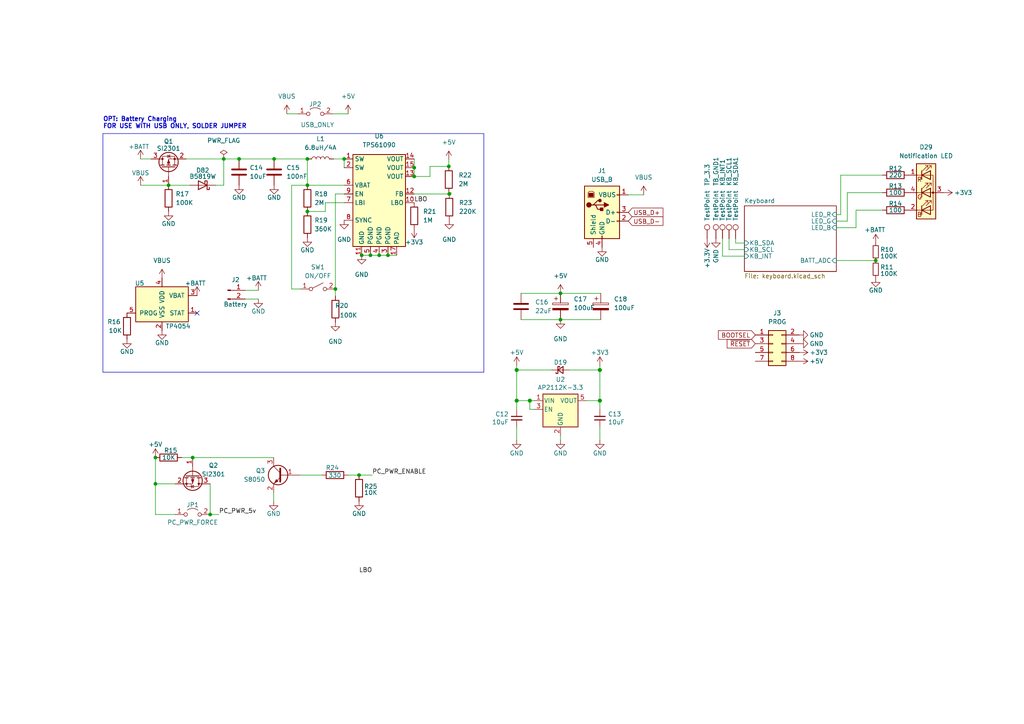
<source format=kicad_sch>
(kicad_sch (version 20230121) (generator eeschema)
  (paper "A4")
  (lib_symbols
    (symbol "+3.3V_1" (power) (pin_names (offset 0))
      (property "Value" "+3.3V_1" (at 0 3.556 0))
      (symbol "+3.3V_1_0_1"
        (polyline (pts (xy -0.762 1.27) (xy 0 2.54)))
        (polyline (pts (xy 0 0) (xy 0 2.54)))
        (polyline (pts (xy 0 2.54) (xy 0.762 1.27)))
      )
      (symbol "+3.3V_1_1_1"
        (pin power_in line (at 0 0 90) (length 0) hide (name "+3.3V") (number "1"))
      )
    )
    (symbol "Battery_Management:MCP73831-2-OT" (pin_names (offset 1.016))
      (property "Reference" "U" (at -7.62 6.35 0))
      (property "Value" "MCP73831-2-OT" (at 1.27 6.35 0))
      (symbol "MCP73831-2-OT_0_1"
        (rectangle (start -7.62 5.08) (end 7.62 -5.08) (stroke (width 0.254)) (fill (type background)))
      )
      (symbol "MCP73831-2-OT_1_1"
        (pin output line (at 10.16 -2.54 180) (length 2.54) (name "STAT") (number "1"))
        (pin power_in line (at 0 -7.62 90) (length 2.54) (name "VSS") (number "2"))
        (pin power_out line (at 10.16 2.54 180) (length 2.54) (name "VBAT") (number "3"))
        (pin power_in line (at 0 7.62 270) (length 2.54) (name "VDD") (number "4"))
        (pin input line (at -10.16 -2.54 0) (length 2.54) (name "PROG") (number "5"))
      )
    )
    (symbol "Connector:Conn_01x02_Male" (pin_names (offset 1.016) hide)
      (property "Reference" "J" (at 0 2.54 0))
      (property "Value" "Conn_01x02_Male" (at 0 -5.08 0))
      (symbol "Conn_01x02_Male_1_1"
        (polyline (pts (xy 1.27 -2.54) (xy 0.8636 -2.54)) (stroke (width 0.1524)))
        (polyline (pts (xy 1.27 0) (xy 0.8636 0)) (stroke (width 0.1524)))
        (rectangle (start 0.8636 -2.413) (end 0 -2.667) (stroke (width 0.1524)) (fill (type outline)))
        (rectangle (start 0.8636 0.127) (end 0 -0.127) (stroke (width 0.1524)) (fill (type outline)))
        (pin passive line (at 5.08 0 180) (length 3.81) (name "Pin_1") (number "1"))
        (pin passive line (at 5.08 -2.54 180) (length 3.81) (name "Pin_2") (number "2"))
      )
    )
    (symbol "Connector:TestPoint" (pin_numbers hide) (pin_names (offset 0.762) hide)
      (property "Reference" "TP" (at 0 6.858 0))
      (property "Value" "TestPoint" (at 0 5.08 0))
      (symbol "TestPoint_0_1"
        (circle (center 0 3.302) (radius 0.762))
      )
      (symbol "TestPoint_1_1"
        (pin passive line (at 0 0 90) (length 2.54) (name "1") (number "1"))
      )
    )
    (symbol "Connector:USB_B" (pin_names (offset 1.016))
      (property "Reference" "J" (at -5.08 11.43 0))
      (property "Value" "USB_B" (at -5.08 8.89 0))
      (symbol "USB_B_0_1"
        (rectangle (start -5.08 -7.62) (end 5.08 7.62) (stroke (width 0.254)) (fill (type background)))
        (circle (center -3.81 2.159) (radius 0.635) (stroke (width 0.254)) (fill (type outline)))
        (rectangle (start -3.81 5.588) (end -2.54 4.572) (fill (type outline)))
        (circle (center -0.635 3.429) (radius 0.381) (stroke (width 0.254)) (fill (type outline)))
        (rectangle (start -0.127 -7.62) (end 0.127 -6.858))
        (polyline (pts (xy -1.905 2.159) (xy 0.635 2.159)) (stroke (width 0.254)))
        (polyline (pts (xy -3.175 2.159) (xy -2.54 2.159) (xy -1.27 3.429) (xy -0.635 3.429)) (stroke (width 0.254)))
        (polyline (pts (xy -2.54 2.159) (xy -1.905 2.159) (xy -1.27 0.889) (xy 0 0.889)) (stroke (width 0.254)))
        (polyline (pts (xy 0.635 2.794) (xy 0.635 1.524) (xy 1.905 2.159) (xy 0.635 2.794)) (stroke (width 0.254)) (fill (type outline)))
        (polyline (pts (xy -4.064 4.318) (xy -2.286 4.318) (xy -2.286 5.715) (xy -2.667 6.096) (xy -3.683 6.096) (xy -4.064 5.715) (xy -4.064 4.318)))
        (rectangle (start 0.254 1.27) (end -0.508 0.508) (stroke (width 0.254)) (fill (type outline)))
        (rectangle (start 5.08 -2.667) (end 4.318 -2.413))
        (rectangle (start 5.08 -0.127) (end 4.318 0.127))
        (rectangle (start 5.08 4.953) (end 4.318 5.207))
      )
      (symbol "USB_B_1_1"
        (pin power_out line (at 7.62 5.08 180) (length 2.54) (name "VBUS") (number "1"))
        (pin bidirectional line (at 7.62 -2.54 180) (length 2.54) (name "D-") (number "2"))
        (pin bidirectional line (at 7.62 0 180) (length 2.54) (name "D+") (number "3"))
        (pin power_out line (at 0 -10.16 90) (length 2.54) (name "GND") (number "4"))
        (pin passive line (at -2.54 -10.16 90) (length 2.54) (name "Shield") (number "5"))
      )
    )
    (symbol "Connector_Generic:Conn_02x04_Odd_Even" (pin_names (offset 1.016) hide)
      (property "Reference" "J" (at 1.27 5.08 0))
      (property "Value" "Conn_02x04_Odd_Even" (at 1.27 -7.62 0))
      (symbol "Conn_02x04_Odd_Even_1_1"
        (rectangle (start -1.27 -4.953) (end 0 -5.207) (stroke (width 0.1524)))
        (rectangle (start -1.27 -2.413) (end 0 -2.667) (stroke (width 0.1524)))
        (rectangle (start -1.27 0.127) (end 0 -0.127) (stroke (width 0.1524)))
        (rectangle (start -1.27 2.667) (end 0 2.413) (stroke (width 0.1524)))
        (rectangle (start -1.27 3.81) (end 3.81 -6.35) (stroke (width 0.254)) (fill (type background)))
        (rectangle (start 3.81 -4.953) (end 2.54 -5.207) (stroke (width 0.1524)))
        (rectangle (start 3.81 -2.413) (end 2.54 -2.667) (stroke (width 0.1524)))
        (rectangle (start 3.81 0.127) (end 2.54 -0.127) (stroke (width 0.1524)))
        (rectangle (start 3.81 2.667) (end 2.54 2.413) (stroke (width 0.1524)))
        (pin passive line (at -5.08 2.54 0) (length 3.81) (name "Pin_1") (number "1"))
        (pin passive line (at 7.62 2.54 180) (length 3.81) (name "Pin_2") (number "2"))
        (pin passive line (at -5.08 0 0) (length 3.81) (name "Pin_3") (number "3"))
        (pin passive line (at 7.62 0 180) (length 3.81) (name "Pin_4") (number "4"))
        (pin passive line (at -5.08 -2.54 0) (length 3.81) (name "Pin_5") (number "5"))
        (pin passive line (at 7.62 -2.54 180) (length 3.81) (name "Pin_6") (number "6"))
        (pin passive line (at -5.08 -5.08 0) (length 3.81) (name "Pin_7") (number "7"))
        (pin passive line (at 7.62 -5.08 180) (length 3.81) (name "Pin_8") (number "8"))
      )
    )
    (symbol "Device:C" (pin_numbers hide) (pin_names (offset 0.254))
      (property "Reference" "C" (at 0.635 2.54 0))
      (property "Value" "C" (at 0.635 -2.54 0))
      (symbol "C_0_1"
        (polyline (pts (xy -2.032 -0.762) (xy 2.032 -0.762)) (stroke (width 0.508)))
        (polyline (pts (xy -2.032 0.762) (xy 2.032 0.762)) (stroke (width 0.508)))
      )
      (symbol "C_1_1"
        (pin passive line (at 0 3.81 270) (length 2.794) (name "~") (number "1"))
        (pin passive line (at 0 -3.81 90) (length 2.794) (name "~") (number "2"))
      )
    )
    (symbol "Device:C_Polarized" (pin_numbers hide) (pin_names (offset 0.254))
      (property "Reference" "C" (at 0.635 2.54 0))
      (property "Value" "C_Polarized" (at 0.635 -2.54 0))
      (symbol "C_Polarized_0_1"
        (rectangle (start -2.286 0.508) (end 2.286 1.016))
        (polyline (pts (xy -1.778 2.286) (xy -0.762 2.286)))
        (polyline (pts (xy -1.27 2.794) (xy -1.27 1.778)))
        (rectangle (start 2.286 -0.508) (end -2.286 -1.016) (fill (type outline)))
      )
      (symbol "C_Polarized_1_1"
        (pin passive line (at 0 3.81 270) (length 2.794) (name "~") (number "1"))
        (pin passive line (at 0 -3.81 90) (length 2.794) (name "~") (number "2"))
      )
    )
    (symbol "Device:C_Small" (pin_numbers hide) (pin_names (offset 0.254) hide)
      (property "Reference" "C" (at 0.254 1.778 0))
      (property "Value" "C_Small" (at 0.254 -2.032 0))
      (symbol "C_Small_0_1"
        (polyline (pts (xy -1.524 -0.508) (xy 1.524 -0.508)) (stroke (width 0.3302)))
        (polyline (pts (xy -1.524 0.508) (xy 1.524 0.508)) (stroke (width 0.3048)))
      )
      (symbol "C_Small_1_1"
        (pin passive line (at 0 2.54 270) (length 2.032) (name "~") (number "1"))
        (pin passive line (at 0 -2.54 90) (length 2.032) (name "~") (number "2"))
      )
    )
    (symbol "Device:D_Schottky" (pin_numbers hide) (pin_names (offset 1.016) hide)
      (property "Reference" "D" (at 0 2.54 0))
      (property "Value" "D_Schottky" (at 0 -2.54 0))
      (symbol "D_Schottky_0_1"
        (polyline (pts (xy 1.27 0) (xy -1.27 0)))
        (polyline (pts (xy 1.27 1.27) (xy 1.27 -1.27) (xy -1.27 0) (xy 1.27 1.27)) (stroke (width 0.254)))
        (polyline (pts (xy -1.905 0.635) (xy -1.905 1.27) (xy -1.27 1.27) (xy -1.27 -1.27) (xy -0.635 -1.27) (xy -0.635 -0.635)) (stroke (width 0.254)))
      )
      (symbol "D_Schottky_1_1"
        (pin passive line (at -3.81 0 0) (length 2.54) (name "K") (number "1"))
        (pin passive line (at 3.81 0 180) (length 2.54) (name "A") (number "2"))
      )
    )
    (symbol "Device:D_Schottky_Small" (pin_numbers hide) (pin_names (offset 0.254) hide)
      (property "Reference" "D" (at -1.27 2.032 0))
      (property "Value" "D_Schottky_Small" (at -7.112 -2.032 0))
      (symbol "D_Schottky_Small_0_1"
        (polyline (pts (xy -0.762 0) (xy 0.762 0)))
        (polyline (pts (xy 0.762 -1.016) (xy -0.762 0) (xy 0.762 1.016) (xy 0.762 -1.016)) (stroke (width 0.254)))
        (polyline (pts (xy -1.27 0.762) (xy -1.27 1.016) (xy -0.762 1.016) (xy -0.762 -1.016) (xy -0.254 -1.016) (xy -0.254 -0.762)) (stroke (width 0.254)))
      )
      (symbol "D_Schottky_Small_1_1"
        (pin passive line (at -2.54 0 0) (length 1.778) (name "K") (number "1"))
        (pin passive line (at 2.54 0 180) (length 1.778) (name "A") (number "2"))
      )
    )
    (symbol "Device:L" (pin_numbers hide) (pin_names (offset 1.016) hide)
      (property "Reference" "L" (at -1.27 0 90))
      (property "Value" "L" (at 1.905 0 90))
      (symbol "L_0_1"
        (arc (start 0 -2.54) (mid 0.6323 -1.905) (end 0 -1.27))
        (arc (start 0 -1.27) (mid 0.6323 -0.635) (end 0 0))
        (arc (start 0 0) (mid 0.6323 0.635) (end 0 1.27))
        (arc (start 0 1.27) (mid 0.6323 1.905) (end 0 2.54))
      )
      (symbol "L_1_1"
        (pin passive line (at 0 3.81 270) (length 1.27) (name "1") (number "1"))
        (pin passive line (at 0 -3.81 90) (length 1.27) (name "2") (number "2"))
      )
    )
    (symbol "Device:LED_RBAG" (pin_names (offset 0) hide)
      (property "Reference" "D" (at 0 9.398 0))
      (property "Value" "LED_RBAG" (at 0 -8.89 0))
      (symbol "LED_RBAG_0_0"
        (text "B" (at -1.905 -6.35 0) (effects (font (size 1.27 1.27))))
        (text "G" (at -1.905 -1.27 0) (effects (font (size 1.27 1.27))))
        (text "R" (at -1.905 3.81 0) (effects (font (size 1.27 1.27))))
      )
      (symbol "LED_RBAG_0_1"
        (polyline (pts (xy -1.27 -5.08) (xy -2.54 -5.08)))
        (polyline (pts (xy -1.27 -5.08) (xy 1.27 -5.08)))
        (polyline (pts (xy -1.27 -3.81) (xy -1.27 -6.35)) (stroke (width 0.254)))
        (polyline (pts (xy -1.27 0) (xy -2.54 0)))
        (polyline (pts (xy -1.27 1.27) (xy -1.27 -1.27)) (stroke (width 0.254)))
        (polyline (pts (xy -1.27 5.08) (xy -2.54 5.08)))
        (polyline (pts (xy -1.27 5.08) (xy 1.27 5.08)))
        (polyline (pts (xy -1.27 6.35) (xy -1.27 3.81)) (stroke (width 0.254)))
        (polyline (pts (xy 1.27 0) (xy -1.27 0)))
        (polyline (pts (xy 1.27 0) (xy 2.54 0)))
        (polyline (pts (xy -1.27 1.27) (xy -1.27 -1.27) (xy -1.27 -1.27)))
        (polyline (pts (xy -1.27 6.35) (xy -1.27 3.81) (xy -1.27 3.81)))
        (polyline (pts (xy 1.27 -5.08) (xy 2.032 -5.08) (xy 2.032 5.08) (xy 1.27 5.08)))
        (polyline (pts (xy 1.27 -3.81) (xy 1.27 -6.35) (xy -1.27 -5.08) (xy 1.27 -3.81)) (stroke (width 0.254)))
        (polyline (pts (xy 1.27 1.27) (xy 1.27 -1.27) (xy -1.27 0) (xy 1.27 1.27)) (stroke (width 0.254)))
        (polyline (pts (xy 1.27 6.35) (xy 1.27 3.81) (xy -1.27 5.08) (xy 1.27 6.35)) (stroke (width 0.254)))
        (polyline (pts (xy -1.016 -3.81) (xy 0.508 -2.286) (xy -0.254 -2.286) (xy 0.508 -2.286) (xy 0.508 -3.048)))
        (polyline (pts (xy -1.016 1.27) (xy 0.508 2.794) (xy -0.254 2.794) (xy 0.508 2.794) (xy 0.508 2.032)))
        (polyline (pts (xy -1.016 6.35) (xy 0.508 7.874) (xy -0.254 7.874) (xy 0.508 7.874) (xy 0.508 7.112)))
        (polyline (pts (xy 0 -3.81) (xy 1.524 -2.286) (xy 0.762 -2.286) (xy 1.524 -2.286) (xy 1.524 -3.048)))
        (polyline (pts (xy 0 1.27) (xy 1.524 2.794) (xy 0.762 2.794) (xy 1.524 2.794) (xy 1.524 2.032)))
        (polyline (pts (xy 0 6.35) (xy 1.524 7.874) (xy 0.762 7.874) (xy 1.524 7.874) (xy 1.524 7.112)))
        (rectangle (start 1.27 -1.27) (end 1.27 1.27))
        (rectangle (start 1.27 1.27) (end 1.27 1.27))
        (rectangle (start 1.27 3.81) (end 1.27 6.35))
        (rectangle (start 1.27 6.35) (end 1.27 6.35))
        (circle (center 2.032 0) (radius 0.254) (fill (type outline)))
        (rectangle (start 2.794 8.382) (end -2.794 -7.62) (stroke (width 0.254)) (fill (type background)))
      )
      (symbol "LED_RBAG_1_1"
        (pin passive line (at -5.08 5.08 0) (length 2.54) (name "RK") (number "1"))
        (pin passive line (at -5.08 -5.08 0) (length 2.54) (name "BK") (number "2"))
        (pin passive line (at 5.08 0 180) (length 2.54) (name "A") (number "3"))
        (pin passive line (at -5.08 0 0) (length 2.54) (name "GK") (number "4"))
      )
    )
    (symbol "Device:Q_NPN_BEC" (pin_names (offset 0) hide)
      (property "Reference" "Q" (at 5.08 1.27 0))
      (property "Value" "Q_NPN_BEC" (at 5.08 -1.27 0))
      (symbol "Q_NPN_BEC_0_1"
        (polyline (pts (xy 0.635 0.635) (xy 2.54 2.54)))
        (polyline (pts (xy 0.635 -0.635) (xy 2.54 -2.54) (xy 2.54 -2.54)))
        (polyline (pts (xy 0.635 1.905) (xy 0.635 -1.905) (xy 0.635 -1.905)) (stroke (width 0.508)))
        (polyline (pts (xy 1.27 -1.778) (xy 1.778 -1.27) (xy 2.286 -2.286) (xy 1.27 -1.778) (xy 1.27 -1.778)) (fill (type outline)))
        (circle (center 1.27 0) (radius 2.8194) (stroke (width 0.254)))
      )
      (symbol "Q_NPN_BEC_1_1"
        (pin input line (at -5.08 0 0) (length 5.715) (name "B") (number "1"))
        (pin passive line (at 2.54 -5.08 90) (length 2.54) (name "E") (number "2"))
        (pin passive line (at 2.54 5.08 270) (length 2.54) (name "C") (number "3"))
      )
    )
    (symbol "Device:R" (pin_numbers hide) (pin_names (offset 0))
      (property "Reference" "R" (at 2.032 0 90))
      (property "Value" "R" (at 0 0 90))
      (symbol "R_0_1"
        (rectangle (start -1.016 -2.54) (end 1.016 2.54) (stroke (width 0.254)))
      )
      (symbol "R_1_1"
        (pin passive line (at 0 3.81 270) (length 1.27) (name "~") (number "1"))
        (pin passive line (at 0 -3.81 90) (length 1.27) (name "~") (number "2"))
      )
    )
    (symbol "Device:R_Small" (pin_numbers hide) (pin_names (offset 0.254) hide)
      (property "Reference" "R" (at 0.762 0.508 0))
      (property "Value" "R_Small" (at 0.762 -1.016 0))
      (symbol "R_Small_0_1"
        (rectangle (start -0.762 1.778) (end 0.762 -1.778) (stroke (width 0.2032)))
      )
      (symbol "R_Small_1_1"
        (pin passive line (at 0 2.54 270) (length 0.762) (name "~") (number "1"))
        (pin passive line (at 0 -2.54 90) (length 0.762) (name "~") (number "2"))
      )
    )
    (symbol "GND_1" (power) (pin_names (offset 0))
      (property "Value" "GND_1" (at 0 -3.81 0))
      (symbol "GND_1_0_1"
        (polyline (pts (xy 0 0) (xy 0 -1.27) (xy 1.27 -1.27) (xy 0 -2.54) (xy -1.27 -1.27) (xy 0 -1.27)))
      )
      (symbol "GND_1_1_1"
        (pin power_in line (at 0 0 270) (length 0) hide (name "GND") (number "1"))
      )
    )
    (symbol "Jumper:Jumper_2_Open" (pin_names (offset 0) hide)
      (property "Reference" "JP" (at 0 2.794 0))
      (property "Value" "Jumper_2_Open" (at 0 -2.286 0))
      (symbol "Jumper_2_Open_0_0"
        (circle (center -2.032 0) (radius 0.508))
        (circle (center 2.032 0) (radius 0.508))
      )
      (symbol "Jumper_2_Open_0_1"
        (arc (start 1.524 1.27) (mid 0 1.778) (end -1.524 1.27))
      )
      (symbol "Jumper_2_Open_1_1"
        (pin passive line (at -5.08 0 0) (length 2.54) (name "A") (number "1"))
        (pin passive line (at 5.08 0 180) (length 2.54) (name "B") (number "2"))
      )
    )
    (symbol "Regulator_Linear:AP2112K-3.3" (pin_names (offset 0.254))
      (property "Reference" "U" (at -5.08 5.715 0))
      (property "Value" "AP2112K-3.3" (at 0 5.715 0))
      (symbol "AP2112K-3.3_0_1"
        (rectangle (start -5.08 4.445) (end 5.08 -5.08) (stroke (width 0.254)) (fill (type background)))
      )
      (symbol "AP2112K-3.3_1_1"
        (pin power_in line (at -7.62 2.54 0) (length 2.54) (name "VIN") (number "1"))
        (pin power_in line (at 0 -7.62 90) (length 2.54) (name "GND") (number "2"))
        (pin input line (at -7.62 0 0) (length 2.54) (name "EN") (number "3"))
        (pin no_connect line (at 5.08 0 180) (length 2.54) hide (name "NC") (number "4"))
        (pin power_out line (at 7.62 2.54 180) (length 2.54) (name "VOUT") (number "5"))
      )
    )
    (symbol "Switch:SW_SPST" (pin_names (offset 0) hide)
      (property "Reference" "SW" (at 0 3.175 0))
      (property "Value" "SW_SPST" (at 0 -2.54 0))
      (symbol "SW_SPST_0_0"
        (circle (center -2.032 0) (radius 0.508))
        (polyline (pts (xy -1.524 0.254) (xy 1.524 1.778)))
        (circle (center 2.032 0) (radius 0.508))
      )
      (symbol "SW_SPST_1_1"
        (pin passive line (at -5.08 0 0) (length 2.54) (name "A") (number "1"))
        (pin passive line (at 5.08 0 180) (length 2.54) (name "B") (number "2"))
      )
    )
    (symbol "Transistor_FET:DMG2301L" (pin_names hide)
      (property "Reference" "Q" (at 5.08 1.905 0))
      (property "Value" "DMG2301L" (at 5.08 0 0))
      (symbol "DMG2301L_0_1"
        (polyline (pts (xy 0.254 0) (xy -2.54 0)))
        (polyline (pts (xy 0.254 1.905) (xy 0.254 -1.905)) (stroke (width 0.254)))
        (polyline (pts (xy 0.762 -1.27) (xy 0.762 -2.286)) (stroke (width 0.254)))
        (polyline (pts (xy 0.762 0.508) (xy 0.762 -0.508)) (stroke (width 0.254)))
        (polyline (pts (xy 0.762 2.286) (xy 0.762 1.27)) (stroke (width 0.254)))
        (polyline (pts (xy 2.54 2.54) (xy 2.54 1.778)))
        (polyline (pts (xy 2.54 -2.54) (xy 2.54 0) (xy 0.762 0)))
        (polyline (pts (xy 0.762 1.778) (xy 3.302 1.778) (xy 3.302 -1.778) (xy 0.762 -1.778)))
        (polyline (pts (xy 2.286 0) (xy 1.27 0.381) (xy 1.27 -0.381) (xy 2.286 0)) (fill (type outline)))
        (polyline (pts (xy 2.794 -0.508) (xy 2.921 -0.381) (xy 3.683 -0.381) (xy 3.81 -0.254)))
        (polyline (pts (xy 3.302 -0.381) (xy 2.921 0.254) (xy 3.683 0.254) (xy 3.302 -0.381)))
        (circle (center 1.651 0) (radius 2.794) (stroke (width 0.254)))
        (circle (center 2.54 -1.778) (radius 0.254) (fill (type outline)))
        (circle (center 2.54 1.778) (radius 0.254) (fill (type outline)))
      )
      (symbol "DMG2301L_1_1"
        (pin input line (at -5.08 0 0) (length 2.54) (name "G") (number "1"))
        (pin passive line (at 2.54 -5.08 90) (length 2.54) (name "S") (number "2"))
        (pin passive line (at 2.54 5.08 270) (length 2.54) (name "D") (number "3"))
      )
    )
    (symbol "Transistor_FET:FDN340P" (pin_names hide)
      (property "Reference" "Q" (at 5.08 1.905 0))
      (property "Value" "FDN340P" (at 5.08 0 0))
      (symbol "FDN340P_0_1"
        (polyline (pts (xy 0.254 0) (xy -2.54 0)))
        (polyline (pts (xy 0.254 1.905) (xy 0.254 -1.905)) (stroke (width 0.254)))
        (polyline (pts (xy 0.762 -1.27) (xy 0.762 -2.286)) (stroke (width 0.254)))
        (polyline (pts (xy 0.762 0.508) (xy 0.762 -0.508)) (stroke (width 0.254)))
        (polyline (pts (xy 0.762 2.286) (xy 0.762 1.27)) (stroke (width 0.254)))
        (polyline (pts (xy 2.54 2.54) (xy 2.54 1.778)))
        (polyline (pts (xy 2.54 -2.54) (xy 2.54 0) (xy 0.762 0)))
        (polyline (pts (xy 0.762 1.778) (xy 3.302 1.778) (xy 3.302 -1.778) (xy 0.762 -1.778)))
        (polyline (pts (xy 2.286 0) (xy 1.27 0.381) (xy 1.27 -0.381) (xy 2.286 0)) (fill (type outline)))
        (polyline (pts (xy 2.794 -0.508) (xy 2.921 -0.381) (xy 3.683 -0.381) (xy 3.81 -0.254)))
        (polyline (pts (xy 3.302 -0.381) (xy 2.921 0.254) (xy 3.683 0.254) (xy 3.302 -0.381)))
        (circle (center 1.651 0) (radius 2.794) (stroke (width 0.254)))
        (circle (center 2.54 -1.778) (radius 0.254) (fill (type outline)))
        (circle (center 2.54 1.778) (radius 0.254) (fill (type outline)))
      )
      (symbol "FDN340P_1_1"
        (pin input line (at -5.08 0 0) (length 2.54) (name "G") (number "1"))
        (pin passive line (at 2.54 -5.08 90) (length 2.54) (name "S") (number "2"))
        (pin passive line (at 2.54 5.08 270) (length 2.54) (name "D") (number "3"))
      )
    )
    (symbol "beepy:TPS61090"
      (property "Reference" "U2" (at 0 19.304 0))
      (property "Value" "TPS61090" (at 0 16.764 0))
      (symbol "TPS61090_0_0"
        (pin passive line (at -10.16 12.7 0) (length 2.54) (name "SW") (number "1"))
        (pin open_collector line (at 10.16 0 180) (length 2.54) (name "LBO") (number "10"))
        (pin power_in line (at -5.08 -15.24 90) (length 2.54) (name "GND") (number "11"))
        (pin input line (at 10.16 2.54 180) (length 2.54) (name "FB") (number "12"))
        (pin passive line (at 10.16 7.62 180) (length 2.54) (name "VOUT") (number "13"))
        (pin power_out line (at 10.16 12.7 180) (length 2.54) (name "VOUT") (number "14"))
        (pin passive line (at 10.16 10.16 180) (length 2.54) (name "VOUT") (number "15"))
        (pin no_connect line (at 10.16 -5.08 180) (length 2.54) hide (name "NC") (number "16"))
        (pin power_in line (at 5.08 -15.24 90) (length 2.54) (name "PAD") (number "17"))
        (pin passive line (at -10.16 10.16 0) (length 2.54) (name "SW") (number "2"))
        (pin power_in line (at 2.54 -15.24 90) (length 2.54) (name "PGND") (number "3"))
        (pin power_in line (at 0 -15.24 90) (length 2.54) (name "PGND") (number "4"))
        (pin power_in line (at -2.54 -15.24 90) (length 2.54) (name "PGND") (number "5"))
        (pin power_in line (at -10.16 5.08 0) (length 2.54) (name "VBAT") (number "6"))
        (pin input line (at -10.16 0 0) (length 2.54) (name "LBI") (number "7"))
        (pin input line (at -10.16 -5.08 0) (length 2.54) (name "SYNC") (number "8"))
        (pin input line (at -10.16 2.54 0) (length 2.54) (name "EN") (number "9"))
      )
      (symbol "TPS61090_0_1"
        (rectangle (start -7.62 13.97) (end 7.62 -12.7) (stroke (width 0.254)) (fill (type background)))
      )
    )
    (symbol "power:+3.3V" (power) (pin_names (offset 0))
      (property "Value" "+3.3V" (at 0 3.556 0))
      (symbol "+3.3V_0_1"
        (polyline (pts (xy -0.762 1.27) (xy 0 2.54)))
        (polyline (pts (xy 0 0) (xy 0 2.54)))
        (polyline (pts (xy 0 2.54) (xy 0.762 1.27)))
      )
      (symbol "+3.3V_1_1"
        (pin power_in line (at 0 0 90) (length 0) hide (name "+3V3") (number "1"))
      )
    )
    (symbol "power:+5V" (power) (pin_names (offset 0))
      (property "Value" "+5V" (at 0 3.556 0))
      (symbol "+5V_0_1"
        (polyline (pts (xy -0.762 1.27) (xy 0 2.54)))
        (polyline (pts (xy 0 0) (xy 0 2.54)))
        (polyline (pts (xy 0 2.54) (xy 0.762 1.27)))
      )
      (symbol "+5V_1_1"
        (pin power_in line (at 0 0 90) (length 0) hide (name "+5V") (number "1"))
      )
    )
    (symbol "power:+BATT" (power) (pin_names (offset 0))
      (property "Value" "+BATT" (at 0 3.556 0))
      (symbol "+BATT_0_1"
        (polyline (pts (xy -0.762 1.27) (xy 0 2.54)))
        (polyline (pts (xy 0 0) (xy 0 2.54)))
        (polyline (pts (xy 0 2.54) (xy 0.762 1.27)))
      )
      (symbol "+BATT_1_1"
        (pin power_in line (at 0 0 90) (length 0) hide (name "+BATT") (number "1"))
      )
    )
    (symbol "power:GND" (power) (pin_names (offset 0))
      (property "Value" "GND" (at 0 -3.81 0))
      (symbol "GND_0_1"
        (polyline (pts (xy 0 0) (xy 0 -1.27) (xy 1.27 -1.27) (xy 0 -2.54) (xy -1.27 -1.27) (xy 0 -1.27)))
      )
      (symbol "GND_1_1"
        (pin power_in line (at 0 0 270) (length 0) hide (name "GND") (number "1"))
      )
    )
    (symbol "power:PWR_FLAG" (power) (pin_numbers hide) (pin_names (offset 0) hide)
      (property "Value" "PWR_FLAG" (at 0 3.81 0))
      (symbol "PWR_FLAG_0_0"
        (pin power_out line (at 0 0 90) (length 0) (name "pwr") (number "1"))
      )
      (symbol "PWR_FLAG_0_1"
        (polyline (pts (xy 0 0) (xy 0 1.27) (xy -1.016 1.905) (xy 0 2.54) (xy 1.016 1.905) (xy 0 1.27)))
      )
    )
    (symbol "power:VBUS" (power) (pin_names (offset 0))
      (property "Value" "VBUS" (at 0 3.81 0))
      (symbol "VBUS_0_1"
        (polyline (pts (xy -0.762 1.27) (xy 0 2.54)))
        (polyline (pts (xy 0 0) (xy 0 2.54)))
        (polyline (pts (xy 0 2.54) (xy 0.762 1.27)))
      )
      (symbol "VBUS_1_1"
        (pin power_in line (at 0 0 90) (length 0) hide (name "VBUS") (number "1"))
      )
    )
  )
  (junction (at 48.895 53.721))
  (junction (at 173.99 107.315) (diameter 1.016))
  (junction (at 254 75.565))
  (junction (at 162.56 92.71))
  (junction (at 130.175 48.26))
  (junction (at 64.897 46.101))
  (junction (at 120.142 51.181))
  (junction (at 69.342 46.101))
  (junction (at 162.56 85.09))
  (junction (at 107.442 74.041))
  (junction (at 112.522 74.041))
  (junction (at 89.154 46.101))
  (junction (at 104.902 74.041))
  (junction (at 149.86 116.205) (diameter 1.016))
  (junction (at 130.302 56.261))
  (junction (at 99.822 46.101))
  (junction (at 79.502 46.101))
  (junction (at 45.085 132.715))
  (junction (at 120.142 48.641))
  (junction (at 109.982 74.041))
  (junction (at 173.99 116.205) (diameter 1.016))
  (junction (at 60.96 149.225))
  (junction (at 104.14 137.795))
  (junction (at 45.085 140.335))
  (junction (at 89.154 53.721))
  (junction (at 153.67 116.205) (diameter 1.016))
  (junction (at 97.282 83.82))
  (junction (at 55.88 132.715))
  (junction (at 89.154 61.341))
  (junction (at 149.86 107.315) (diameter 1.016))
  (no_connect (at 57.15 90.805))
  (wire (pts (xy 149.86 116.205) (xy 153.67 116.205)))
  (wire (pts (xy 45.085 132.715) (xy 45.085 140.335)))
  (wire (pts (xy 96.774 46.101) (xy 99.822 46.101)))
  (wire (pts (xy 100.965 137.795) (xy 104.14 137.795)))
  (wire (pts (xy 160.02 107.315) (xy 149.86 107.315)))
  (wire (pts (xy 154.94 116.205) (xy 153.67 116.205)))
  (wire (pts (xy 170.18 116.205) (xy 173.99 116.205)))
  (wire (pts (xy 52.705 132.715) (xy 55.88 132.715)))
  (wire (pts (xy 162.56 85.09) (xy 174.244 85.09)))
  (wire (pts (xy 173.99 123.825) (xy 173.99 127.635)))
  (wire (pts (xy 94.361 58.801) (xy 99.822 58.801)))
  (wire (pts (xy 79.375 145.415) (xy 79.375 142.875)))
  (wire (pts (xy 120.142 56.261) (xy 130.302 56.261)))
  (wire (pts (xy 89.154 61.341) (xy 94.361 61.341)))
  (wire (pts (xy 182.245 56.515) (xy 186.69 56.515)))
  (wire (pts (xy 124.714 51.181) (xy 124.714 48.26)))
  (wire (pts (xy 60.96 149.225) (xy 63.5 149.225)))
  (wire (pts (xy 94.361 61.341) (xy 94.361 58.801)))
  (wire (pts (xy 120.142 51.181) (xy 124.714 51.181)))
  (wire (pts (xy 243.84 50.8) (xy 255.905 50.8)))
  (wire (pts (xy 53.975 46.101) (xy 64.897 46.101)))
  (wire (pts (xy 149.86 107.315) (xy 149.86 116.205)))
  (wire (pts (xy 149.86 107.315) (xy 149.86 106.045)))
  (wire (pts (xy 173.99 116.205) (xy 173.99 118.745)))
  (wire (pts (xy 60.96 140.335) (xy 60.96 149.225)))
  (wire (pts (xy 165.1 107.315) (xy 173.99 107.315)))
  (wire (pts (xy 173.99 106.045) (xy 173.99 107.315)))
  (wire (pts (xy 130.81 56.261) (xy 130.302 56.261)))
  (wire (pts (xy 154.94 118.745) (xy 153.67 118.745)))
  (wire (pts (xy 89.154 53.721) (xy 89.154 46.101)))
  (wire (pts (xy 245.745 64.135) (xy 245.745 55.88)))
  (wire (pts (xy 248.285 60.96) (xy 255.905 60.96)))
  (wire (pts (xy 45.085 149.225) (xy 45.085 140.335)))
  (wire (pts (xy 96.52 33.02) (xy 100.965 33.02)))
  (wire (pts (xy 149.86 123.825) (xy 149.86 127.635)))
  (wire (pts (xy 173.99 107.315) (xy 173.99 116.205)))
  (wire (pts (xy 84.582 83.82) (xy 87.122 83.82)))
  (wire (pts (xy 107.442 74.041) (xy 109.982 74.041)))
  (wire (pts (xy 149.86 116.205) (xy 149.86 118.745)))
  (wire (pts (xy 151.13 85.09) (xy 162.56 85.09)))
  (wire (pts (xy 242.57 64.135) (xy 245.745 64.135)))
  (wire (pts (xy 64.897 53.721) (xy 62.611 53.721)))
  (wire (pts (xy 99.822 53.721) (xy 89.154 53.721)))
  (wire (pts (xy 242.57 75.565) (xy 254 75.565)))
  (wire (pts (xy 97.282 56.261) (xy 97.282 83.82)))
  (wire (pts (xy 153.67 118.745) (xy 153.67 116.205)))
  (wire (pts (xy 104.902 74.041) (xy 107.442 74.041)))
  (wire (pts (xy 243.84 62.23) (xy 243.84 50.8)))
  (wire (pts (xy 71.12 84.201) (xy 74.93 84.201)))
  (wire (pts (xy 248.285 66.04) (xy 248.285 60.96)))
  (wire (pts (xy 84.582 53.721) (xy 84.582 83.82)))
  (wire (pts (xy 89.154 53.721) (xy 84.582 53.721)))
  (wire (pts (xy 209.55 74.295) (xy 215.9 74.295)))
  (wire (pts (xy 93.345 137.795) (xy 86.995 137.795)))
  (wire (pts (xy 83.185 33.02) (xy 86.36 33.02)))
  (wire (pts (xy 64.897 46.101) (xy 69.342 46.101)))
  (wire (pts (xy 151.13 92.71) (xy 162.56 92.71)))
  (wire (pts (xy 97.282 83.82) (xy 97.282 85.852)))
  (wire (pts (xy 79.502 46.101) (xy 89.154 46.101)))
  (wire (pts (xy 109.982 74.041) (xy 112.522 74.041)))
  (wire (pts (xy 104.14 137.795) (xy 107.95 137.795)))
  (wire (pts (xy 130.81 55.88) (xy 130.81 56.261)))
  (wire (pts (xy 213.36 70.485) (xy 215.9 70.485)))
  (wire (pts (xy 50.8 149.225) (xy 45.085 149.225)))
  (wire (pts (xy 120.142 46.101) (xy 120.142 48.641)))
  (wire (pts (xy 211.455 72.39) (xy 215.9 72.39)))
  (wire (pts (xy 124.714 48.26) (xy 130.175 48.26)))
  (wire (pts (xy 120.142 48.641) (xy 120.142 51.181)))
  (wire (pts (xy 40.767 53.721) (xy 48.895 53.721)))
  (wire (pts (xy 50.8 140.335) (xy 45.085 140.335)))
  (wire (pts (xy 40.767 46.101) (xy 43.815 46.101)))
  (wire (pts (xy 162.56 126.365) (xy 162.56 127.635)))
  (wire (pts (xy 69.342 46.101) (xy 79.502 46.101)))
  (wire (pts (xy 99.822 46.101) (xy 99.822 48.641)))
  (wire (pts (xy 55.88 132.715) (xy 79.375 132.715)))
  (wire (pts (xy 209.55 69.215) (xy 209.55 74.295)))
  (wire (pts (xy 213.36 69.215) (xy 213.36 70.485)))
  (wire (pts (xy 64.897 46.101) (xy 64.897 53.721)))
  (wire (pts (xy 112.522 74.041) (xy 115.062 74.041)))
  (wire (pts (xy 99.822 56.261) (xy 97.282 56.261)))
  (wire (pts (xy 211.455 69.215) (xy 211.455 72.39)))
  (wire (pts (xy 48.895 53.721) (xy 54.991 53.721)))
  (wire (pts (xy 130.175 46.355) (xy 130.175 48.26)))
  (wire (pts (xy 242.57 62.23) (xy 243.84 62.23)))
  (wire (pts (xy 130.175 55.88) (xy 130.81 55.88)))
  (wire (pts (xy 245.745 55.88) (xy 255.905 55.88)))
  (wire (pts (xy 242.57 66.04) (xy 248.285 66.04)))
  (wire (pts (xy 71.12 86.741) (xy 74.93 86.741)))
  (wire (pts (xy 162.56 92.71) (xy 174.244 92.71)))
  (rectangle (start 29.845 38.735) (end 140.335 107.95))
  (text "OPT: Battery Charging\nFOR USE WITH USB ONLY, SOLDER JUMPER" (at 29.845 37.465 0) (effects (font (size 1.27 1.27) bold) (justify left bottom)))
  (label "PC_PWR_5v" (at 63.5 149.225 0))
  (label "LBO" (at 107.95 166.37 180))
  (label "LBO" (at 120.142 58.801 0))
  (label "PC_PWR_ENABLE" (at 107.95 137.795 0))
  (global_label "USB_D+" (shape input) (at 182.245 61.595 0) (property "Intersheetrefs" "${INTERSHEET_REFS}" (effects hide)))
  (global_label "BOOTSEL" (shape input) (at 219.075 97.155 180) (property "Intersheetrefs" "${INTERSHEET_REFS}" (effects hide)))
  (global_label "~{RESET}" (shape input) (at 219.075 99.695 180) (property "Intersheetrefs" "${INTERSHEET_REFS}" (effects hide)))
  (global_label "USB_D-" (shape input) (at 182.245 64.135 0) (property "Intersheetrefs" "${INTERSHEET_REFS}" (effects hide)))
  (symbol (lib_id "power:+5V") (at 162.56 85.09 0) (unit 1)
    (property "Reference" "#PWR050" (effects hide))
    (property "Value" "+5V" (at 162.56 80.01 0))
  )
  (symbol (lib_id "power:+5V") (at 45.085 132.715 0) (unit 1)
    (property "Reference" "#PWR014" (effects hide))
    (property "Value" "+5V" (at 45.085 128.905 0))
  )
  (symbol (lib_id "Connector:USB_B") (at 174.625 61.595 0) (unit 1)
    (property "Reference" "J1" (at 174.625 49.53 0))
    (property "Value" "USB_B" (at 174.625 52.07 0))
    (property "Footprint" "_mod_files:UJ2BH2TH" (effects hide))
    (property "Datasheet" " ~" (effects hide))
  )
  (symbol (lib_id "Device:C_Small") (at 173.99 121.285 180) (unit 1)
    (property "Reference" "C13" (at 176.3268 120.1166 0) (effects (justify right)))
    (property "Value" "10uF" (at 176.3268 122.428 0) (effects (justify right)))
    (property "Footprint" "Capacitor_SMD:C_0603_1608Metric" (effects hide))
  )
  (symbol (lib_id "power:+BATT") (at 254 70.485 0) (unit 1)
    (property "Reference" "#PWR024" (effects hide))
    (property "Value" "+BATT" (at 253.746 66.675 0))
  )
  (symbol (lib_id "Connector_Generic:Conn_02x04_Odd_Even") (at 224.155 99.695 0) (unit 1)
    (property "Reference" "J3" (at 225.425 90.805 0))
    (property "Value" "PROG" (at 225.425 93.345 0))
    (property "Footprint" "Connector_PinSocket_2.54mm:PinSocket_2x04_P2.54mm_Horizontal" (effects hide))
  )
  (symbol (lib_id "Connector:Conn_01x02_Male") (at 66.04 84.201 0) (unit 1)
    (property "Reference" "J2" (at 68.326 81.153 0))
    (property "Value" "Battery" (at 68.326 88.265 0))
    (property "Footprint" "Connector_JST:JST_PH_S2B-PH-SM4-TB_1x02-1MP_P2.00mm_Horizontal" (effects hide))
  )
  (symbol (lib_id "power:GND") (at 46.99 95.885 0) (unit 1)
    (property "Reference" "#PWR038" (effects hide))
    (property "Value" "GND" (at 46.99 99.441 0))
  )
  (symbol (lib_id "Device:C") (at 69.342 49.911 0) (unit 1)
    (property "Reference" "C14" (at 72.39 48.6409 0) (effects (justify left)))
    (property "Value" "10uF" (at 72.39 51.1809 0) (effects (justify left)))
    (property "Footprint" "Capacitor_SMD:C_0603_1608Metric" (effects hide))
  )
  (symbol (lib_id "power:GND") (at 74.93 86.741 0) (unit 1)
    (property "Reference" "#PWR042" (effects hide))
    (property "Value" "GND" (at 74.93 90.297 0))
  )
  (symbol (lib_id "Device:C") (at 151.13 88.9 0) (unit 1)
    (property "Reference" "C16" (at 155.194 87.6299 0) (effects (justify left)))
    (property "Value" "22uF" (at 155.194 90.1699 0) (effects (justify left)))
    (property "Footprint" "Capacitor_SMD:C_1206_3216Metric" (effects hide))
  )
  (symbol (lib_id "power:+5V") (at 149.86 106.045 0) (unit 1)
    (property "Reference" "#PWR030" (effects hide))
    (property "Value" "+5V" (at 149.86 102.235 0))
  )
  (symbol (lib_id "Device:R_Small") (at 254 73.025 0) (unit 1)
    (property "Reference" "R10" (at 259.207 72.39 0) (effects (justify right)))
    (property "Value" "100K" (at 255.27 74.295 0) (effects (justify left)))
    (property "Footprint" "Resistor_SMD:R_0603_1608Metric" (effects hide))
  )
  (symbol (lib_id "power:+3.3V") (at 273.685 55.88 270) (unit 1)
    (property "Reference" "#PWR026" (effects hide))
    (property "Value" "+3.3V" (at 279.4 55.88 90))
  )
  (symbol (lib_id "Device:R_Small") (at 254 78.105 0) (unit 1)
    (property "Reference" "R11" (at 259.207 77.47 0) (effects (justify right)))
    (property "Value" "100K" (at 255.27 79.375 0) (effects (justify left)))
    (property "Footprint" "Resistor_SMD:R_0603_1608Metric" (effects hide))
  )
  (symbol (lib_id "power:GND") (at 162.56 92.71 0) (unit 1)
    (property "Reference" "#PWR051" (effects hide))
    (property "Value" "GND" (at 162.56 98.298 0))
  )
  (symbol (lib_id "power:+BATT") (at 40.767 46.101 0) (unit 1)
    (property "Reference" "#PWR034" (effects hide))
    (property "Value" "+BATT" (at 40.259 42.545 0))
  )
  (symbol (lib_id "power:GND") (at 79.375 145.415 0) (mirror y) (unit 1)
    (property "Reference" "#PWR018" (effects hide))
    (property "Value" "GND" (at 79.375 148.971 0))
  )
  (symbol (lib_id "power:GND") (at 231.775 99.695 90) (unit 1)
    (property "Reference" "#PWR056" (effects hide))
    (property "Value" "GND" (at 236.855 99.695 90))
  )
  (symbol (lib_id "Device:R") (at 36.83 94.615 180) (unit 1)
    (property "Reference" "R16" (at 31.115 93.345 0) (effects (justify right)))
    (property "Value" "10K" (at 31.496 95.885 0) (effects (justify right)))
    (property "Footprint" "Resistor_SMD:R_0603_1608Metric" (effects hide))
  )
  (symbol (lib_id "Switch:SW_SPST") (at 92.202 83.82 0) (unit 1)
    (property "Reference" "SW1" (at 92.202 77.47 0))
    (property "Value" "ON/OFF" (at 92.202 80.01 0))
    (property "Footprint" "Button_Switch_SMD:SW_SPDT_PCM12" (effects hide))
  )
  (symbol (lib_id "Connector:TestPoint") (at 211.455 69.215 0) (unit 1)
    (property "Reference" "KB_SCL1" (at 211.455 53.975 90) (effects (justify left)))
    (property "Value" "TestPoint" (at 211.455 64.135 90) (effects (justify left)))
    (property "Footprint" "TestPoint:TestPoint_Pad_D1.0mm" (effects hide))
  )
  (symbol (lib_id "power:GND") (at 173.99 127.635 0) (mirror y) (unit 1)
    (property "Reference" "#PWR053" (effects hide))
    (property "Value" "GND" (at 173.99 131.445 0))
  )
  (symbol (lib_id "Device:R") (at 259.715 55.88 90) (unit 1)
    (property "Reference" "R13" (at 259.715 53.975 90))
    (property "Value" "100" (at 259.715 55.88 90))
    (property "Footprint" "Resistor_SMD:R_0603_1608Metric" (effects hide))
  )
  (symbol (lib_id "power:GND") (at 174.625 71.755 0) (unit 1)
    (property "Reference" "#PWR020" (effects hide))
    (property "Value" "GND" (at 174.625 75.311 0))
  )
  (symbol (lib_id "Device:R") (at 259.715 50.8 90) (unit 1)
    (property "Reference" "R12" (at 259.715 48.895 90))
    (property "Value" "220" (at 259.715 50.8 90))
    (property "Footprint" "Resistor_SMD:R_0603_1608Metric" (effects hide))
  )
  (symbol (lib_id "Device:R") (at 48.895 132.715 90) (unit 1)
    (property "Reference" "R15" (at 47.5742 130.6576 90) (effects (justify right)))
    (property "Value" "10K" (at 46.9646 132.715 90) (effects (justify right)))
    (property "Footprint" "Resistor_SMD:R_0603_1608Metric" (effects hide))
  )
  (symbol (lib_id "beepy:TPS61090") (at 109.982 58.801 0) (unit 1)
    (property "Reference" "U6" (at 109.982 39.497 0))
    (property "Value" "TPS61090" (at 109.982 42.037 0))
    (property "Footprint" "Package_SO:HTSSOP-16-1EP_4.4x5mm_P0.65mm_EP3.4x5mm_Mask2.46x2.31mm_ThermalVias" (effects hide))
    (property "Datasheet" "http://www.ti.com/lit/ds/symlink/tps61090.pdf" (effects hide))
  )
  (symbol (lib_id "power:GND") (at 104.14 145.415 0) (mirror y) (unit 1)
    (property "Reference" "#PWR015" (effects hide))
    (property "Value" "GND" (at 104.14 148.971 0))
  )
  (symbol (lib_name "GND_1") (lib_id "power:GND") (at 207.645 69.215 0) (unit 1)
    (property "Reference" "#PWR059" (effects hide))
    (property "Value" "GND" (at 207.645 74.295 90))
  )
  (symbol (lib_id "Connector:TestPoint") (at 205.105 69.215 0) (unit 1)
    (property "Reference" "TP_3.3" (at 205.105 53.975 90) (effects (justify left)))
    (property "Value" "TestPoint" (at 205.105 64.135 90) (effects (justify left)))
    (property "Footprint" "TestPoint:TestPoint_Pad_D1.0mm" (effects hide))
  )
  (symbol (lib_id "Connector:TestPoint") (at 207.645 69.215 0) (unit 1)
    (property "Reference" "TB_GND1" (at 207.645 53.975 90) (effects (justify left)))
    (property "Value" "TestPoint" (at 207.645 64.135 90) (effects (justify left)))
    (property "Footprint" "TestPoint:TestPoint_Pad_D1.0mm" (effects hide))
  )
  (symbol (lib_id "Jumper:Jumper_2_Open") (at 91.44 33.02 0) (unit 1)
    (property "Reference" "JP2" (at 91.44 30.226 0))
    (property "Value" "USB_ONLY" (at 92.075 36.195 0))
    (property "Footprint" "Jumper:SolderJumper-2_P1.3mm_Open_RoundedPad1.0x1.5mm" (effects hide))
  )
  (symbol (lib_id "power:GND") (at 162.56 127.635 0) (unit 1)
    (property "Reference" "#PWR032" (effects hide))
    (property "Value" "GND" (at 162.56 131.445 0))
  )
  (symbol (lib_id "Device:R") (at 97.155 137.795 270) (mirror x) (unit 1)
    (property "Reference" "R24" (at 98.3742 135.6614 90) (effects (justify right)))
    (property "Value" "330" (at 99.0346 137.8458 90) (effects (justify right)))
    (property "Footprint" "Resistor_SMD:R_0603_1608Metric" (effects hide))
  )
  (symbol (lib_id "Transistor_FET:FDN340P") (at 48.895 48.641 90) (unit 1)
    (property "Reference" "Q1" (at 48.895 41.021 90))
    (property "Value" "SI2301" (at 48.895 43.053 90))
    (property "Footprint" "Package_TO_SOT_SMD:SOT-23" (effects hide))
    (property "Datasheet" "https://www.onsemi.com/pub/Collateral/FDN340P-D.PDF" (effects hide))
  )
  (symbol (lib_id "power:+5V") (at 100.965 33.02 0) (unit 1)
    (property "Reference" "#PWR029" (effects hide))
    (property "Value" "+5V" (at 100.965 27.94 0))
  )
  (symbol (lib_id "power:GND") (at 69.342 53.721 0) (unit 1)
    (property "Reference" "#PWR040" (effects hide))
    (property "Value" "GND" (at 69.342 57.277 0))
  )
  (symbol (lib_id "power:GND") (at 97.282 93.472 0) (unit 1)
    (property "Reference" "#PWR045" (effects hide))
    (property "Value" "GND" (at 97.282 99.06 0))
  )
  (symbol (lib_id "Device:C_Small") (at 149.86 121.285 0) (unit 1)
    (property "Reference" "C12" (at 147.5486 120.1166 0) (effects (justify right)))
    (property "Value" "10uF" (at 147.5486 122.428 0) (effects (justify right)))
    (property "Footprint" "Capacitor_SMD:C_0603_1608Metric" (effects hide))
  )
  (symbol (lib_id "power:+5V") (at 130.175 46.355 0) (unit 1)
    (property "Reference" "#PWR027" (effects hide))
    (property "Value" "+5V" (at 130.175 41.275 0))
  )
  (symbol (lib_id "power:PWR_FLAG") (at 64.897 46.101 0) (unit 1)
    (property "Reference" "#FLG01" (effects hide))
    (property "Value" "PWR_FLAG" (at 64.897 40.767 0))
  )
  (symbol (lib_id "Device:D_Schottky_Small") (at 162.56 107.315 0) (mirror x) (unit 1)
    (property "Reference" "D19" (at 162.56 105.1052 0))
    (property "Value" "D_Schottky_Small" (effects hide))
    (property "Footprint" "Diode_SMD:D_SOD-323" (effects hide))
    (property "LCSC" "C114023" (effects hide))
  )
  (symbol (lib_id "power:VBUS") (at 83.185 33.02 0) (unit 1)
    (property "Reference" "#PWR028" (effects hide))
    (property "Value" "VBUS" (at 83.185 27.94 0))
  )
  (symbol (lib_id "power:GND") (at 99.822 63.881 0) (unit 1)
    (property "Reference" "#PWR046" (effects hide))
    (property "Value" "GND" (at 99.822 69.469 0))
  )
  (symbol (lib_id "Device:R") (at 120.142 62.611 0) (unit 1)
    (property "Reference" "R21" (at 122.682 61.3409 0) (effects (justify left)))
    (property "Value" "1M" (at 122.682 63.8809 0) (effects (justify left)))
    (property "Footprint" "Resistor_SMD:R_0603_1608Metric" (effects hide))
  )
  (symbol (lib_id "Device:R") (at 97.282 89.662 180) (unit 1)
    (property "Reference" "R20" (at 101.092 88.646 0) (effects (justify left)))
    (property "Value" "100K" (at 103.632 91.44 0) (effects (justify left)))
    (property "Footprint" "Resistor_SMD:R_0603_1608Metric" (effects hide))
  )
  (symbol (lib_id "power:+3.3V") (at 120.142 66.421 180) (unit 1)
    (property "Reference" "#PWR048" (effects hide))
    (property "Value" "+3.3V" (at 120.142 70.231 0))
  )
  (symbol (lib_id "power:GND") (at 89.154 68.961 0) (unit 1)
    (property "Reference" "#PWR044" (effects hide))
    (property "Value" "GND" (at 89.154 72.517 0))
  )
  (symbol (lib_id "power:GND") (at 36.83 98.425 0) (unit 1)
    (property "Reference" "#PWR033" (effects hide))
    (property "Value" "GND" (at 36.83 101.981 0))
  )
  (symbol (lib_id "power:GND") (at 149.86 127.635 0) (unit 1)
    (property "Reference" "#PWR031" (effects hide))
    (property "Value" "GND" (at 149.86 131.445 0))
  )
  (symbol (lib_id "power:GND") (at 48.895 61.341 0) (unit 1)
    (property "Reference" "#PWR036" (effects hide))
    (property "Value" "GND" (at 48.895 64.897 0))
  )
  (symbol (lib_id "power:GND") (at 130.302 63.881 0) (unit 1)
    (property "Reference" "#PWR049" (effects hide))
    (property "Value" "GND" (at 130.302 69.469 0))
  )
  (symbol (lib_id "Device:L") (at 92.964 46.101 90) (unit 1)
    (property "Reference" "L1" (at 92.964 40.259 90))
    (property "Value" "6.8uH/4A" (at 92.964 42.799 90))
    (property "Footprint" "Inductor_SMD:L_Bourns_SRP7028A_7.3x6.6mm" (effects hide))
  )
  (symbol (lib_id "Device:R") (at 130.175 52.07 0) (unit 1)
    (property "Reference" "R22" (at 132.969 50.7999 0) (effects (justify left)))
    (property "Value" "2M" (at 132.969 53.3399 0) (effects (justify left)))
    (property "Footprint" "Resistor_SMD:R_0603_1608Metric" (effects hide))
  )
  (symbol (lib_id "power:GND") (at 104.902 74.041 0) (unit 1)
    (property "Reference" "#PWR047" (effects hide))
    (property "Value" "GND" (at 104.902 79.629 0))
  )
  (symbol (lib_id "Connector:TestPoint") (at 213.36 69.215 0) (unit 1)
    (property "Reference" "KB_SDA1" (at 213.36 53.975 90) (effects (justify left)))
    (property "Value" "TestPoint" (at 213.36 64.135 90) (effects (justify left)))
    (property "Footprint" "TestPoint:TestPoint_Pad_D1.0mm" (effects hide))
  )
  (symbol (lib_id "power:+BATT") (at 57.15 85.725 0) (unit 1)
    (property "Reference" "#PWR039" (effects hide))
    (property "Value" "+BATT" (at 56.642 82.169 0))
  )
  (symbol (lib_id "Device:R") (at 259.715 60.96 90) (unit 1)
    (property "Reference" "R14" (at 259.715 59.055 90))
    (property "Value" "100" (at 259.715 60.96 90))
    (property "Footprint" "Resistor_SMD:R_0603_1608Metric" (effects hide))
  )
  (symbol (lib_id "Device:C_Polarized") (at 162.56 88.9 0) (unit 1)
    (property "Reference" "C17" (at 166.37 86.7409 0) (effects (justify left)))
    (property "Value" "100uF" (at 166.37 89.2809 0) (effects (justify left)))
    (property "Footprint" "Capacitor_Tantalum_SMD:CP_EIA-3528-15_AVX-H" (effects hide))
  )
  (symbol (lib_id "power:GND") (at 231.775 97.155 90) (unit 1)
    (property "Reference" "#PWR057" (effects hide))
    (property "Value" "GND" (at 236.855 97.155 90))
  )
  (symbol (lib_id "Connector:TestPoint") (at 209.55 69.215 0) (unit 1)
    (property "Reference" "KB_INT1" (at 209.55 53.975 90) (effects (justify left)))
    (property "Value" "TestPoint" (at 209.55 64.135 90) (effects (justify left)))
    (property "Footprint" "TestPoint:TestPoint_Pad_D1.0mm" (effects hide))
  )
  (symbol (lib_name "+3.3V_1") (lib_id "power:+3.3V") (at 205.105 69.215 180) (unit 1)
    (property "Reference" "#PWR058" (effects hide))
    (property "Value" "+3.3V" (at 205.105 74.93 90))
  )
  (symbol (lib_id "Device:D_Schottky") (at 58.801 53.721 180) (unit 1)
    (property "Reference" "D82" (at 58.801 49.403 0))
    (property "Value" "B5819W" (at 58.801 51.181 0))
    (property "Footprint" "Diode_SMD:D_SOD-123" (effects hide))
  )
  (symbol (lib_id "Device:Q_NPN_BEC") (at 81.915 137.795 0) (mirror y) (unit 1)
    (property "Reference" "Q3" (at 76.9366 136.5249 0) (effects (justify left)))
    (property "Value" "S8050" (at 76.9366 139.0649 0) (effects (justify left)))
    (property "Footprint" "Package_TO_SOT_SMD:SOT-23" (effects hide))
  )
  (symbol (lib_id "power:VBUS") (at 40.767 53.721 0) (unit 1)
    (property "Reference" "#PWR035" (effects hide))
    (property "Value" "VBUS" (at 40.767 50.165 0))
  )
  (symbol (lib_id "Device:LED_RBAG") (at 268.605 55.88 0) (unit 1)
    (property "Reference" "D29" (at 268.605 42.672 0))
    (property "Value" "Notification LED" (at 268.605 45.212 0))
    (property "Footprint" "_mod_files:FM-B2020RGBA-HG" (effects hide))
  )
  (symbol (lib_id "power:VBUS") (at 186.69 56.515 0) (unit 1)
    (property "Reference" "#PWR019" (effects hide))
    (property "Value" "VBUS" (at 186.69 51.435 0))
  )
  (symbol (lib_id "power:+5V") (at 231.775 104.775 270) (unit 1)
    (property "Reference" "#PWR055" (effects hide))
    (property "Value" "+5V" (at 236.855 104.775 90))
  )
  (symbol (lib_id "power:+3.3V") (at 173.99 106.045 0) (unit 1)
    (property "Reference" "#PWR052" (effects hide))
    (property "Value" "+3.3V" (at 173.99 102.235 0))
  )
  (symbol (lib_id "Device:C") (at 79.502 49.911 0) (unit 1)
    (property "Reference" "C15" (at 83.058 48.6409 0) (effects (justify left)))
    (property "Value" "100nF" (at 83.058 51.1809 0) (effects (justify left)))
    (property "Footprint" "Capacitor_SMD:C_0603_1608Metric" (effects hide))
  )
  (symbol (lib_id "Device:R") (at 130.302 60.071 0) (unit 1)
    (property "Reference" "R23" (at 133.096 58.8009 0) (effects (justify left)))
    (property "Value" "220K" (at 133.096 61.3409 0) (effects (justify left)))
    (property "Footprint" "Resistor_SMD:R_0603_1608Metric" (effects hide))
  )
  (symbol (lib_id "power:+BATT") (at 74.93 84.201 0) (unit 1)
    (property "Reference" "#PWR041" (effects hide))
    (property "Value" "+BATT" (at 74.422 80.645 0))
  )
  (symbol (lib_id "power:VBUS") (at 46.99 80.645 0) (unit 1)
    (property "Reference" "#PWR037" (effects hide))
    (property "Value" "VBUS" (at 46.99 75.565 0))
  )
  (symbol (lib_id "Jumper:Jumper_2_Open") (at 55.88 149.225 0) (unit 1)
    (property "Reference" "JP1" (at 55.88 146.431 0))
    (property "Value" "PC_PWR_FORCE" (at 55.88 151.511 0))
    (property "Footprint" "Jumper:SolderJumper-2_P1.3mm_Open_RoundedPad1.0x1.5mm" (effects hide))
  )
  (symbol (lib_id "Device:R") (at 89.154 65.151 0) (unit 1)
    (property "Reference" "R19" (at 91.186 63.8809 0) (effects (justify left)))
    (property "Value" "360K" (at 91.186 66.4209 0) (effects (justify left)))
    (property "Footprint" "Resistor_SMD:R_0603_1608Metric" (effects hide))
  )
  (symbol (lib_id "Device:R") (at 48.895 57.531 0) (unit 1)
    (property "Reference" "R17" (at 50.927 56.2609 0) (effects (justify left)))
    (property "Value" "100K" (at 50.927 58.8009 0) (effects (justify left)))
    (property "Footprint" "Resistor_SMD:R_0603_1608Metric" (effects hide))
  )
  (symbol (lib_id "power:GND") (at 254 80.645 0) (unit 1)
    (property "Reference" "#PWR025" (effects hide))
    (property "Value" "GND" (at 251.968 84.201 0) (effects (justify left)))
  )
  (symbol (lib_id "Regulator_Linear:AP2112K-3.3") (at 162.56 118.745 0) (unit 1)
    (property "Reference" "U2" (at 162.56 110.0582 0))
    (property "Value" "AP2112K-3.3" (at 162.56 112.395 0))
    (property "Footprint" "Package_TO_SOT_SMD:SOT-23-5" (effects hide))
    (property "Datasheet" "https://www.diodes.com/assets/Datasheets/AP2112.pdf" (effects hide))
    (property "LCSC" "C51118" (effects hide))
  )
  (symbol (lib_id "Transistor_FET:DMG2301L") (at 55.88 137.795 270) (unit 1)
    (property "Reference" "Q2" (at 61.8998 135.001 90))
    (property "Value" "SI2301" (at 61.8998 137.541 90))
    (property "Footprint" "Package_TO_SOT_SMD:SOT-23" (effects hide))
    (property "Datasheet" "https://www.diodes.com/assets/Datasheets/DMG2301L.pdf" (effects hide))
  )
  (symbol (lib_id "power:GND") (at 79.502 53.721 0) (unit 1)
    (property "Reference" "#PWR043" (effects hide))
    (property "Value" "GND" (at 79.502 57.277 0))
  )
  (symbol (lib_id "Device:R") (at 104.14 141.605 0) (mirror x) (unit 1)
    (property "Reference" "R25" (at 109.4994 141.097 0) (effects (justify right)))
    (property "Value" "10K" (at 109.474 142.875 0) (effects (justify right)))
    (property "Footprint" "Resistor_SMD:R_0603_1608Metric" (effects hide))
  )
  (symbol (lib_id "power:+3.3V") (at 231.775 102.235 270) (unit 1)
    (property "Reference" "#PWR054" (effects hide))
    (property "Value" "+3.3V" (at 237.49 102.235 90))
  )
  (symbol (lib_id "Device:C_Polarized") (at 174.244 88.9 0) (unit 1)
    (property "Reference" "C18" (at 178.054 86.7409 0) (effects (justify left)))
    (property "Value" "100uF" (at 178.054 89.2809 0) (effects (justify left)))
    (property "Footprint" "Capacitor_Tantalum_SMD:CP_EIA-3528-15_AVX-H" (effects hide))
  )
  (symbol (lib_id "Battery_Management:MCP73831-2-OT") (at 46.99 88.265 0) (unit 1)
    (property "Reference" "U5" (at 39.116 82.169 0) (effects (justify left)))
    (property "Value" "TP4054" (at 48.006 94.615 0) (effects (justify left)))
    (property "Footprint" "Package_TO_SOT_SMD:SOT-23-5" (effects hide))
    (property "Datasheet" "http://ww1.microchip.com/downloads/en/DeviceDoc/20001984g.pdf" (effects hide))
  )
  (symbol (lib_id "Device:R") (at 89.154 57.531 0) (unit 1)
    (property "Reference" "R18" (at 91.186 56.261 0) (effects (justify left)))
    (property "Value" "2M" (at 91.186 58.801 0) (effects (justify left)))
    (property "Footprint" "Resistor_SMD:R_0603_1608Metric" (effects hide))
  )
  (sheet (at 215.9 59.69) (size 26.67 19.05) (stroke (width 0.1524))
    (property "Sheetname" "Keyboard" (at 215.9 58.9784 0) (effects (justify left bottom)))
    (property "Sheetfile" "keyboard.kicad_sch" (at 215.9 79.3246 0) (effects (justify left top)))
    (pin "LED_R" input (at 242.57 62.23 0))
    (pin "KB_SDA" input (at 215.9 70.485 180))
    (pin "KB_SCL" input (at 215.9 72.39 180))
    (pin "BATT_ADC" input (at 242.57 75.565 0))
    (pin "KB_INT" input (at 215.9 74.295 180))
    (pin "LED_B" input (at 242.57 66.04 0))
    (pin "LED_G" input (at 242.57 64.135 0))
  )
)
</source>
